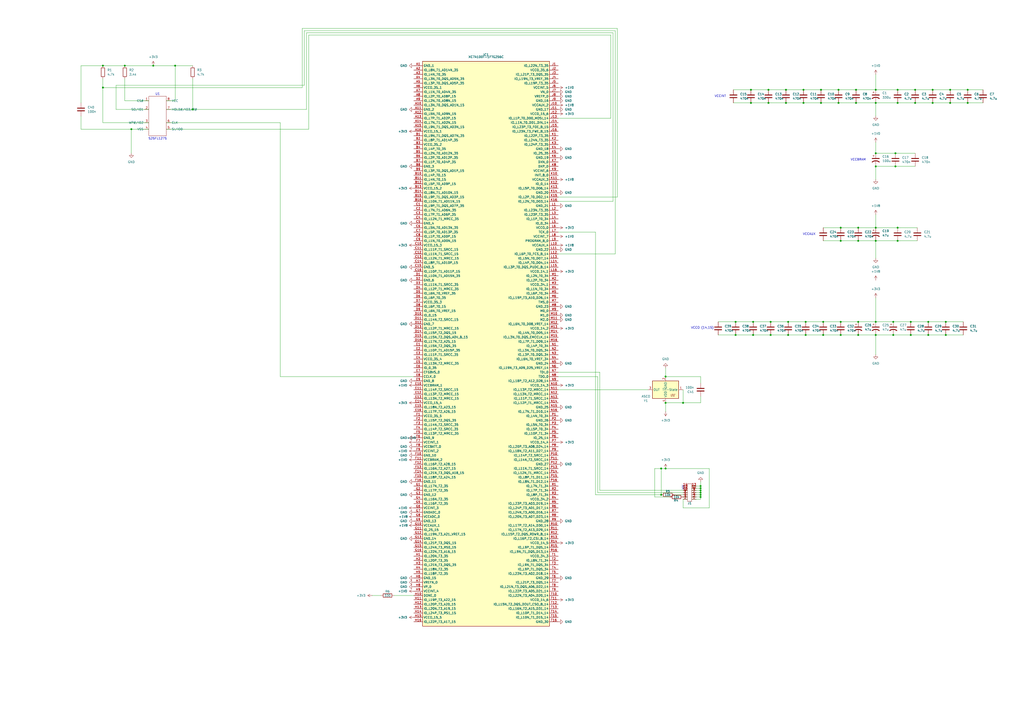
<source format=kicad_sch>
(kicad_sch (version 20250114) (generator "eeschema") (generator_version "9.0")
  (paper "A2")
  (text "VCCBRAM" (at 497.84 92.71 0) (effects (font (size 1.27 1.27))))
  (text "VCCINT" (at 417.83 55.88 0) (effects (font (size 1.27 1.27))))
  (text "S25FL127S" (at 91.44 80.518 0) (effects (font (size 1.27 1.27))))
  (text "VCCAUX" (at 469.392 135.89 0) (effects (font (size 1.27 1.27))))
  (text "U1" (at 91.44 54.61 0) (effects (font (size 1.27 1.27))))
  (text "VCCO (14,15)" (at 407.416 190.246 0) (effects (font (size 1.27 1.27))))
  (junction (at 457.2 194.31))
  (junction (at 486.41 59.69))
  (junction (at 519.43 96.52))
  (junction (at 486.41 52.07))
  (junction (at 538.48 186.69))
  (junction (at 406.4 285.75))
  (junction (at 508 59.69))
  (junction (at 497.84 132.08))
  (junction (at 508 139.7))
  (junction (at 476.25 52.07))
  (junction (at 111.76 63.5))
  (junction (at 541.02 52.07))
  (junction (at 406.4 287.02))
  (junction (at 528.32 186.69))
  (junction (at 551.18 52.07))
  (junction (at 386.08 218.44))
  (junction (at 508 96.52))
  (junction (at 528.32 194.31))
  (junction (at 386.08 233.68))
  (junction (at 467.36 186.69))
  (junction (at 59.69 50.8))
  (junction (at 406.4 288.29))
  (junction (at 447.04 194.31))
  (junction (at 497.84 139.7))
  (junction (at 551.18 59.69))
  (junction (at 455.93 52.07))
  (junction (at 445.77 52.07))
  (junction (at 383.54 287.02))
  (junction (at 487.68 186.69))
  (junction (at 520.7 59.69))
  (junction (at 487.68 132.08))
  (junction (at 435.61 59.69))
  (junction (at 530.86 59.69))
  (junction (at 455.93 59.69))
  (junction (at 496.57 52.07))
  (junction (at 518.16 186.69))
  (junction (at 447.04 186.69))
  (junction (at 520.7 139.7))
  (junction (at 72.39 38.1))
  (junction (at 508 52.07))
  (junction (at 519.43 88.9))
  (junction (at 561.34 52.07))
  (junction (at 538.48 194.31))
  (junction (at 88.9 38.1))
  (junction (at 76.2 74.93))
  (junction (at 520.7 52.07))
  (junction (at 487.68 139.7))
  (junction (at 406.4 283.21))
  (junction (at 497.84 194.31))
  (junction (at 436.88 194.31))
  (junction (at 541.02 59.69))
  (junction (at 466.09 59.69))
  (junction (at 383.54 271.78))
  (junction (at 508 186.69))
  (junction (at 101.6 38.1))
  (junction (at 518.16 194.31))
  (junction (at 508 194.31))
  (junction (at 436.88 186.69))
  (junction (at 426.72 194.31))
  (junction (at 487.68 194.31))
  (junction (at 508 132.08))
  (junction (at 406.4 284.48))
  (junction (at 530.86 52.07))
  (junction (at 396.24 233.68))
  (junction (at 496.57 59.69))
  (junction (at 435.61 52.07))
  (junction (at 508 88.9))
  (junction (at 477.52 194.31))
  (junction (at 426.72 186.69))
  (junction (at 497.84 186.69))
  (junction (at 466.09 52.07))
  (junction (at 457.2 186.69))
  (junction (at 561.34 59.69))
  (junction (at 520.7 132.08))
  (junction (at 445.77 59.69))
  (junction (at 386.08 271.78))
  (junction (at 548.64 186.69))
  (junction (at 406.4 281.94))
  (junction (at 548.64 194.31))
  (junction (at 476.25 59.69))
  (junction (at 59.69 38.1))
  (junction (at 467.36 194.31))
  (junction (at 477.52 186.69))
  (no_connect (at 396.24 281.94))
  (no_connect (at 396.24 283.21))
  (wire (pts (xy 477.52 194.31) (xy 487.68 194.31)))
  (wire (pts (xy 435.61 59.69) (xy 445.77 59.69)))
  (wire (pts (xy 487.68 132.08) (xy 497.84 132.08)))
  (wire (pts (xy 398.78 289.56) (xy 396.24 289.56)))
  (wire (pts (xy 406.4 288.29) (xy 406.4 289.56)))
  (wire (pts (xy 411.48 271.78) (xy 386.08 271.78)))
  (wire (pts (xy 396.24 289.56) (xy 396.24 294.64)))
  (wire (pts (xy 76.2 74.93) (xy 76.2 88.9)))
  (wire (pts (xy 386.08 238.76) (xy 386.08 233.68)))
  (wire (pts (xy 406.4 233.68) (xy 396.24 233.68)))
  (wire (pts (xy 477.52 132.08) (xy 487.68 132.08)))
  (wire (pts (xy 386.08 218.44) (xy 406.4 218.44)))
  (wire (pts (xy 406.4 218.44) (xy 406.4 222.25)))
  (wire (pts (xy 508 139.7) (xy 508 149.86)))
  (wire (pts (xy 530.86 88.9) (xy 519.43 88.9)))
  (wire (pts (xy 445.77 52.07) (xy 455.93 52.07)))
  (wire (pts (xy 396.24 294.64) (xy 411.48 294.64)))
  (wire (pts (xy 406.4 287.02) (xy 406.4 288.29)))
  (wire (pts (xy 477.52 186.69) (xy 487.68 186.69)))
  (wire (pts (xy 467.36 186.69) (xy 477.52 186.69)))
  (wire (pts (xy 323.85 215.9) (xy 347.98 215.9)))
  (wire (pts (xy 86.36 74.93) (xy 76.2 74.93)))
  (wire (pts (xy 72.39 58.42) (xy 86.36 58.42)))
  (wire (pts (xy 323.85 218.44) (xy 346.71 218.44)))
  (wire (pts (xy 426.72 194.31) (xy 436.88 194.31)))
  (wire (pts (xy 323.85 134.62) (xy 345.44 134.62)))
  (wire (pts (xy 406.4 284.48) (xy 401.32 284.48)))
  (wire (pts (xy 396.24 233.68) (xy 386.08 233.68)))
  (wire (pts (xy 59.69 38.1) (xy 72.39 38.1)))
  (wire (pts (xy 541.02 59.69) (xy 530.86 59.69)))
  (wire (pts (xy 416.56 186.69) (xy 426.72 186.69)))
  (wire (pts (xy 406.4 283.21) (xy 406.4 284.48)))
  (wire (pts (xy 497.84 186.69) (xy 508 186.69)))
  (wire (pts (xy 520.7 52.07) (xy 508 52.07)))
  (wire (pts (xy 346.71 285.75) (xy 398.78 285.75)))
  (wire (pts (xy 96.52 71.12) (xy 162.56 71.12)))
  (wire (pts (xy 398.78 284.48) (xy 347.98 284.48)))
  (wire (pts (xy 497.84 194.31) (xy 508 194.31)))
  (wire (pts (xy 406.4 287.02) (xy 401.32 287.02)))
  (wire (pts (xy 467.36 194.31) (xy 477.52 194.31)))
  (wire (pts (xy 356.87 17.78) (xy 356.87 147.32)))
  (wire (pts (xy 436.88 186.69) (xy 447.04 186.69)))
  (wire (pts (xy 179.07 74.93) (xy 179.07 20.32)))
  (wire (pts (xy 323.85 226.06) (xy 375.92 226.06)))
  (wire (pts (xy 496.57 59.69) (xy 508 59.69)))
  (wire (pts (xy 497.84 139.7) (xy 508 139.7)))
  (wire (pts (xy 508 88.9) (xy 508 82.55)))
  (wire (pts (xy 548.64 186.69) (xy 558.8 186.69)))
  (wire (pts (xy 508 186.69) (xy 518.16 186.69)))
  (wire (pts (xy 67.31 63.5) (xy 67.31 49.53)))
  (wire (pts (xy 406.4 289.56) (xy 401.32 289.56)))
  (wire (pts (xy 570.23 52.07) (xy 561.34 52.07)))
  (wire (pts (xy 175.26 16.51) (xy 358.14 16.51)))
  (wire (pts (xy 176.53 49.53) (xy 176.53 17.78)))
  (wire (pts (xy 520.7 59.69) (xy 508 59.69)))
  (wire (pts (xy 358.14 16.51) (xy 358.14 114.3)))
  (wire (pts (xy 411.48 294.64) (xy 411.48 271.78)))
  (wire (pts (xy 354.33 68.58) (xy 323.85 68.58)))
  (wire (pts (xy 558.8 194.31) (xy 548.64 194.31)))
  (wire (pts (xy 532.13 139.7) (xy 520.7 139.7)))
  (wire (pts (xy 476.25 59.69) (xy 486.41 59.69)))
  (wire (pts (xy 354.33 20.32) (xy 354.33 68.58)))
  (wire (pts (xy 548.64 194.31) (xy 538.48 194.31)))
  (wire (pts (xy 538.48 186.69) (xy 548.64 186.69)))
  (wire (pts (xy 111.76 38.1) (xy 101.6 38.1)))
  (wire (pts (xy 520.7 132.08) (xy 508 132.08)))
  (wire (pts (xy 346.71 218.44) (xy 346.71 285.75)))
  (wire (pts (xy 530.86 59.69) (xy 520.7 59.69)))
  (wire (pts (xy 466.09 52.07) (xy 476.25 52.07)))
  (wire (pts (xy 530.86 52.07) (xy 520.7 52.07)))
  (wire (pts (xy 101.6 58.42) (xy 101.6 38.1)))
  (wire (pts (xy 466.09 59.69) (xy 476.25 59.69)))
  (wire (pts (xy 383.54 271.78) (xy 386.08 271.78)))
  (wire (pts (xy 486.41 59.69) (xy 496.57 59.69)))
  (wire (pts (xy 551.18 52.07) (xy 541.02 52.07)))
  (wire (pts (xy 72.39 45.72) (xy 72.39 58.42)))
  (wire (pts (xy 396.24 288.29) (xy 398.78 288.29)))
  (wire (pts (xy 551.18 59.69) (xy 541.02 59.69)))
  (wire (pts (xy 532.13 132.08) (xy 520.7 132.08)))
  (wire (pts (xy 406.4 288.29) (xy 401.32 288.29)))
  (wire (pts (xy 46.99 38.1) (xy 59.69 38.1)))
  (wire (pts (xy 477.52 139.7) (xy 487.68 139.7)))
  (wire (pts (xy 96.52 63.5) (xy 111.76 63.5)))
  (wire (pts (xy 356.87 147.32) (xy 323.85 147.32)))
  (wire (pts (xy 96.52 74.93) (xy 179.07 74.93)))
  (wire (pts (xy 175.26 50.8) (xy 175.26 16.51)))
  (wire (pts (xy 496.57 52.07) (xy 508 52.07)))
  (wire (pts (xy 457.2 194.31) (xy 467.36 194.31)))
  (wire (pts (xy 177.8 63.5) (xy 177.8 19.05)))
  (wire (pts (xy 445.77 59.69) (xy 455.93 59.69)))
  (wire (pts (xy 455.93 59.69) (xy 466.09 59.69)))
  (wire (pts (xy 379.73 271.78) (xy 379.73 288.29)))
  (wire (pts (xy 101.6 38.1) (xy 88.9 38.1)))
  (wire (pts (xy 436.88 194.31) (xy 447.04 194.31)))
  (wire (pts (xy 406.4 281.94) (xy 406.4 283.21)))
  (wire (pts (xy 162.56 218.44) (xy 162.56 71.12)))
  (wire (pts (xy 538.48 194.31) (xy 528.32 194.31)))
  (wire (pts (xy 447.04 186.69) (xy 457.2 186.69)))
  (wire (pts (xy 46.99 74.93) (xy 76.2 74.93)))
  (wire (pts (xy 386.08 218.44) (xy 386.08 213.36)))
  (wire (pts (xy 355.6 116.84) (xy 323.85 116.84)))
  (wire (pts (xy 347.98 215.9) (xy 347.98 284.48)))
  (wire (pts (xy 486.41 52.07) (xy 496.57 52.07)))
  (wire (pts (xy 435.61 52.07) (xy 445.77 52.07)))
  (wire (pts (xy 497.84 132.08) (xy 508 132.08)))
  (wire (pts (xy 391.16 287.02) (xy 398.78 287.02)))
  (wire (pts (xy 46.99 59.69) (xy 46.99 38.1)))
  (wire (pts (xy 345.44 134.62) (xy 345.44 287.02)))
  (wire (pts (xy 406.4 229.87) (xy 406.4 233.68)))
  (wire (pts (xy 425.45 59.69) (xy 435.61 59.69)))
  (wire (pts (xy 476.25 52.07) (xy 486.41 52.07)))
  (wire (pts (xy 379.73 288.29) (xy 388.62 288.29)))
  (wire (pts (xy 383.54 287.02) (xy 383.54 271.78)))
  (wire (pts (xy 570.23 59.69) (xy 561.34 59.69)))
  (wire (pts (xy 379.73 271.78) (xy 383.54 271.78)))
  (wire (pts (xy 406.4 283.21) (xy 401.32 283.21)))
  (wire (pts (xy 508 43.18) (xy 508 52.07)))
  (wire (pts (xy 530.86 96.52) (xy 519.43 96.52)))
  (wire (pts (xy 111.76 63.5) (xy 111.76 45.72)))
  (wire (pts (xy 59.69 71.12) (xy 86.36 71.12)))
  (wire (pts (xy 561.34 59.69) (xy 551.18 59.69)))
  (wire (pts (xy 508 194.31) (xy 508 205.74)))
  (wire (pts (xy 215.9 345.44) (xy 220.98 345.44)))
  (wire (pts (xy 455.93 52.07) (xy 466.09 52.07)))
  (wire (pts (xy 518.16 194.31) (xy 508 194.31)))
  (wire (pts (xy 528.32 186.69) (xy 538.48 186.69)))
  (wire (pts (xy 96.52 58.42) (xy 101.6 58.42)))
  (wire (pts (xy 67.31 49.53) (xy 176.53 49.53)))
  (wire (pts (xy 487.68 139.7) (xy 497.84 139.7)))
  (wire (pts (xy 425.45 52.07) (xy 435.61 52.07)))
  (wire (pts (xy 59.69 50.8) (xy 59.69 71.12)))
  (wire (pts (xy 86.36 63.5) (xy 67.31 63.5)))
  (wire (pts (xy 520.7 139.7) (xy 508 139.7)))
  (wire (pts (xy 406.4 285.75) (xy 401.32 285.75)))
  (wire (pts (xy 518.16 186.69) (xy 528.32 186.69)))
  (wire (pts (xy 457.2 186.69) (xy 467.36 186.69)))
  (wire (pts (xy 487.68 194.31) (xy 497.84 194.31)))
  (wire (pts (xy 179.07 20.32) (xy 354.33 20.32)))
  (wire (pts (xy 355.6 19.05) (xy 355.6 116.84)))
  (wire (pts (xy 487.68 186.69) (xy 497.84 186.69)))
  (wire (pts (xy 519.43 96.52) (xy 508 96.52)))
  (wire (pts (xy 177.8 19.05) (xy 355.6 19.05)))
  (wire (pts (xy 561.34 52.07) (xy 551.18 52.07)))
  (wire (pts (xy 406.4 281.94) (xy 401.32 281.94)))
  (wire (pts (xy 508 96.52) (xy 508 104.14)))
  (wire (pts (xy 111.76 63.5) (xy 177.8 63.5)))
  (wire (pts (xy 358.14 114.3) (xy 323.85 114.3)))
  (wire (pts (xy 46.99 67.31) (xy 46.99 74.93)))
  (wire (pts (xy 508 132.08) (xy 508 124.46)))
  (wire (pts (xy 59.69 45.72) (xy 59.69 50.8)))
  (wire (pts (xy 406.4 285.75) (xy 406.4 287.02)))
  (wire (pts (xy 240.03 218.44) (xy 162.56 218.44)))
  (wire (pts (xy 396.24 233.68) (xy 396.24 226.06)))
  (wire (pts (xy 541.02 52.07) (xy 530.86 52.07)))
  (wire (pts (xy 426.72 186.69) (xy 436.88 186.69)))
  (wire (pts (xy 508 186.69) (xy 508 172.72)))
  (wire (pts (xy 447.04 194.31) (xy 457.2 194.31)))
  (wire (pts (xy 345.44 287.02) (xy 383.54 287.02)))
  (wire (pts (xy 406.4 279.4) (xy 406.4 281.94)))
  (wire (pts (xy 528.32 194.31) (xy 518.16 194.31)))
  (wire (pts (xy 72.39 38.1) (xy 88.9 38.1)))
  (wire (pts (xy 59.69 50.8) (xy 175.26 50.8)))
  (wire (pts (xy 406.4 284.48) (xy 406.4 285.75)))
  (wire (pts (xy 416.56 194.31) (xy 426.72 194.31)))
  (wire (pts (xy 508 59.69) (xy 508 67.31)))
  (wire (pts (xy 228.6 345.44) (xy 240.03 345.44)))
  (wire (pts (xy 176.53 17.78) (xy 356.87 17.78)))
  (wire (pts (xy 519.43 88.9) (xy 508 88.9)))
  (symbol (lib_id "Device:C") (at 486.41 55.88 0) (unit 1)
    (property "Reference" "C9" (at 490.22 54.6099 0) (effects (justify left)))
    (property "Value" "470n" (at 490.22 57.1499 0) (effects (justify left)))
    (property "Description" "Unpolarized capacitor" (effects (hide yes)))
  )
  (symbol (lib_id "power:GND") (at 323.85 269.24 90) (unit 1)
    (property "Reference" "#PWR012" (effects (hide yes)))
    (property "Value" "GND" (at 327.66 269.2399 90) (effects (justify right)))
    (property "Description" "Power symbol creates a global label with name \"GND\" , ground" (effects (hide yes)))
  )
  (symbol (lib_id "power:GND") (at 240.03 187.96 270) (unit 1)
    (property "Reference" "#PWR032" (effects (hide yes)))
    (property "Value" "GND" (at 236.22 187.9599 90) (effects (justify right)))
    (property "Description" "Power symbol creates a global label with name \"GND\" , ground" (effects (hide yes)))
  )
  (symbol (lib_id "power:+1V0") (at 382.27 572.77 180) (unit 1)
    (property "Reference" "#PWR049" (effects (hide yes)))
    (property "Value" "+1V0" (at 382.2699 576.58 90) (effects (justify left)))
    (property "Description" "Power symbol creates a global label with name \"+1V0\"" (effects (hide yes)))
  )
  (symbol (lib_id "power:+3V3") (at 386.08 271.78 0) (unit 1)
    (property "Reference" "#PWR071" (effects (hide yes)))
    (property "Value" "+3V3" (at 386.08 266.7 0))
    (property "Description" "Power symbol creates a global label with name \"+3V3\"" (effects (hide yes)))
  )
  (symbol (lib_id "power:+1V0") (at 240.03 342.9 90) (unit 1)
    (property "Reference" "#PWR042" (effects (hide yes)))
    (property "Value" "+1V0" (at 236.22 342.8999 90) (effects (justify left)))
    (property "Description" "Power symbol creates a global label with name \"+1V0\"" (effects (hide yes)))
  )
  (symbol (lib_id "FPGA_Debug:FPGA_debug") (at 400.05 292.1 180) (unit 1)
    (property "Reference" "J1" (at 400.05 291.846 0))
  )
  (symbol (lib_id "power:GND") (at 240.03 287.02 270) (unit 1)
    (property "Reference" "#PWR027" (effects (hide yes)))
    (property "Value" "GND" (at 236.22 287.0199 90) (effects (justify right)))
    (property "Description" "Power symbol creates a global label with name \"GND\" , ground" (effects (hide yes)))
  )
  (symbol (lib_id "power:+1V0") (at 508 43.18 0) (unit 1)
    (property "Reference" "#PWR01" (effects (hide yes)))
    (property "Value" "+1V0" (at 508 38.1 0))
    (property "Description" "Power symbol creates a global label with name \"+1V0\"" (effects (hide yes)))
  )
  (symbol (lib_id "power:GND") (at 323.85 185.42 90) (unit 1)
    (property "Reference" "#PWR081" (effects (hide yes)))
    (property "Value" "GND" (at 327.66 185.4199 90) (effects (justify right)))
    (property "Description" "Power symbol creates a global label with name \"GND\" , ground" (effects (hide yes)))
  )
  (symbol (lib_id "power:GND") (at 240.03 337.82 270) (unit 1)
    (property "Reference" "#PWR078" (effects (hide yes)))
    (property "Value" "GND" (at 236.22 337.8199 90) (effects (justify right)))
    (property "Description" "Power symbol creates a global label with name \"GND\" , ground" (effects (hide yes)))
  )
  (symbol (lib_id "power:GND") (at 406.4 279.4 180) (unit 1)
    (property "Reference" "#PWR070" (effects (hide yes)))
    (property "Value" "GND" (at 406.4 274.32 0))
    (property "Description" "Power symbol creates a global label with name \"GND\" , ground" (effects (hide yes)))
  )
  (symbol (lib_id "power:GND") (at 323.85 91.44 90) (unit 1)
    (property "Reference" "#PWR019" (effects (hide yes)))
    (property "Value" "GND" (at 327.66 91.4399 90) (effects (justify right)))
    (property "Description" "Power symbol creates a global label with name \"GND\" , ground" (effects (hide yes)))
  )
  (symbol (lib_id "Device:C") (at 416.56 190.5 0) (unit 1)
    (property "Reference" "C39" (at 420.37 189.2299 0) (effects (justify left)))
    (property "Value" "470n" (at 420.37 191.7699 0) (effects (justify left)))
    (property "Description" "Unpolarized capacitor" (effects (hide yes)))
  )
  (symbol (lib_id "Device:C_Polarized_US") (at 518.16 190.5 0) (unit 1)
    (property "Reference" "C27" (at 521.97 188.5949 0) (effects (justify left)))
    (property "Value" "47u" (at 521.97 191.1349 0) (effects (justify left)))
    (property "Description" "Polarized capacitor, US symbol" (effects (hide yes)))
  )
  (symbol (lib_id "Device:C") (at 561.34 55.88 0) (unit 1)
    (property "Reference" "C6" (at 565.15 54.6099 0) (effects (justify left)))
    (property "Value" "4.7u" (at 565.15 57.1499 0) (effects (justify left)))
    (property "Description" "Unpolarized capacitor" (effects (hide yes)))
  )
  (symbol (lib_id "Device:C") (at 530.86 92.71 0) (unit 1)
    (property "Reference" "C18" (at 534.67 91.4399 0) (effects (justify left)))
    (property "Value" "470n" (at 534.67 93.9799 0) (effects (justify left)))
    (property "Description" "Unpolarized capacitor" (effects (hide yes)))
  )
  (symbol (lib_id "power:GND") (at 240.03 220.98 270) (unit 1)
    (property "Reference" "#PWR031" (effects (hide yes)))
    (property "Value" "GND" (at 236.22 220.9799 90) (effects (justify right)))
    (property "Description" "Power symbol creates a global label with name \"GND\" , ground" (effects (hide yes)))
  )
  (symbol (lib_id "Device:C") (at 538.48 190.5 0) (unit 1)
    (property "Reference" "C29" (at 542.29 189.2299 0) (effects (justify left)))
    (property "Value" "4.7u" (at 542.29 191.7699 0) (effects (justify left)))
    (property "Description" "Unpolarized capacitor" (effects (hide yes)))
  )
  (symbol (lib_id "Device:C") (at 497.84 135.89 0) (unit 1)
    (property "Reference" "C22" (at 501.65 134.6199 0) (effects (justify left)))
    (property "Value" "470n" (at 501.65 137.1599 0) (effects (justify left)))
    (property "Description" "Unpolarized capacitor" (effects (hide yes)))
  )
  (symbol (lib_id "S25FL127S:S25FL127S") (at 91.44 67.31 0) (unit 1)
    (property "Reference" "U1" (effects (hide yes)))
  )
  (symbol (lib_id "Device:C") (at 530.86 55.88 0) (unit 1)
    (property "Reference" "C3" (at 534.67 54.6099 0) (effects (justify left)))
    (property "Value" "4.7u" (at 534.67 57.1499 0) (effects (justify left)))
    (property "Description" "Unpolarized capacitor" (effects (hide yes)))
  )
  (symbol (lib_id "power:GND") (at 240.03 129.54 270) (unit 1)
    (property "Reference" "#PWR035" (effects (hide yes)))
    (property "Value" "GND" (at 236.22 129.5399 90) (effects (justify right)))
    (property "Description" "Power symbol creates a global label with name \"GND\" , ground" (effects (hide yes)))
  )
  (symbol (lib_id "power:+1V8") (at 508 124.46 0) (unit 1)
    (property "Reference" "#PWR04" (effects (hide yes)))
    (property "Value" "+1V8" (at 508 119.38 0))
    (property "Description" "Power symbol creates a global label with name \"+1V8\"" (effects (hide yes)))
  )
  (symbol (lib_id "power:+1V0") (at 240.03 256.54 90) (unit 1)
    (property "Reference" "#PWR039" (effects (hide yes)))
    (property "Value" "+1V0" (at 238.76 254 90))
    (property "Description" "Power symbol creates a global label with name \"+1V0\"" (effects (hide yes)))
  )
  (symbol (lib_id "power:GND") (at 386.08 213.36 180) (unit 1)
    (property "Reference" "#PWR069" (effects (hide yes)))
    (property "Value" "GND" (at 386.08 208.28 0))
    (property "Description" "Power symbol creates a global label with name \"GND\" , ground" (effects (hide yes)))
  )
  (symbol (lib_id "power:GND") (at 508 67.31 0) (unit 1)
    (property "Reference" "#PWR02" (effects (hide yes)))
    (property "Value" "GND" (at 508 72.39 0))
    (property "Description" "Power symbol creates a global label with name \"GND\" , ground" (effects (hide yes)))
  )
  (symbol (lib_id "power:GND") (at 323.85 55.88 90) (unit 1)
    (property "Reference" "#PWR075" (effects (hide yes)))
    (property "Value" "GND" (at 327.66 55.8799 90) (effects (justify right)))
    (property "Description" "Power symbol creates a global label with name \"GND\" , ground" (effects (hide yes)))
  )
  (symbol (lib_id "power:GND") (at 323.85 86.36 90) (unit 1)
    (property "Reference" "#PWR020" (effects (hide yes)))
    (property "Value" "GND" (at 327.66 86.3599 90) (effects (justify right)))
    (property "Description" "Power symbol creates a global label with name \"GND\" , ground" (effects (hide yes)))
  )
  (symbol (lib_id "Device:C") (at 541.02 55.88 0) (unit 1)
    (property "Reference" "C4" (at 544.83 54.6099 0) (effects (justify left)))
    (property "Value" "4.7u" (at 544.83 57.1499 0) (effects (justify left)))
    (property "Description" "Unpolarized capacitor" (effects (hide yes)))
  )
  (symbol (lib_id "power:+3V3") (at 323.85 132.08 270) (unit 1)
    (property "Reference" "#PWR053" (effects (hide yes)))
    (property "Value" "+3V3" (at 327.66 132.0799 90) (effects (justify left)))
    (property "Description" "Power symbol creates a global label with name \"+3V3\"" (effects (hide yes)))
  )
  (symbol (lib_id "Device:C_Polarized_US") (at 508 135.89 0) (unit 1)
    (property "Reference" "C19" (at 511.81 133.9849 0) (effects (justify left)))
    (property "Value" "47u" (at 511.81 136.5249 0) (effects (justify left)))
    (property "Description" "Polarized capacitor, US symbol" (effects (hide yes)))
  )
  (symbol (lib_id "power:GND") (at 323.85 53.34 90) (unit 1)
    (property "Reference" "#PWR074" (effects (hide yes)))
    (property "Value" "GND" (at 327.66 53.3399 90) (effects (justify right)))
    (property "Description" "Power symbol creates a global label with name \"GND\" , ground" (effects (hide yes)))
  )
  (symbol (lib_id "Device:R") (at 59.69 41.91 0) (unit 1)
    (property "Reference" "R1" (at 62.23 40.6399 0) (effects (justify left)))
    (property "Value" "4.7k" (at 62.23 43.1799 0) (effects (justify left)))
    (property "Footprint" "Resistor_SMD:R_0805_2012Metric" (effects (hide yes)))
    (property "Description" "Resistor" (effects (hide yes)))
  )
  (symbol (lib_id "power:+3V3") (at 240.03 109.22 90) (unit 1)
    (property "Reference" "#PWR061" (effects (hide yes)))
    (property "Value" "+3V3" (at 236.22 109.2199 90) (effects (justify left)))
    (property "Description" "Power symbol creates a global label with name \"+3V3\"" (effects (hide yes)))
  )
  (symbol (lib_id "Device:C") (at 435.61 55.88 0) (unit 1)
    (property "Reference" "C14" (at 439.42 54.6099 0) (effects (justify left)))
    (property "Value" "470n" (at 439.42 57.1499 0) (effects (justify left)))
    (property "Description" "Unpolarized capacitor" (effects (hide yes)))
  )
  (symbol (lib_id "power:GND") (at 323.85 119.38 90) (unit 1)
    (property "Reference" "#PWR017" (effects (hide yes)))
    (property "Value" "GND" (at 327.66 119.3799 90) (effects (justify right)))
    (property "Description" "Power symbol creates a global label with name \"GND\" , ground" (effects (hide yes)))
  )
  (symbol (lib_id "power:+3V3") (at 323.85 314.96 270) (unit 1)
    (property "Reference" "#PWR058" (effects (hide yes)))
    (property "Value" "+3V3" (at 327.66 314.9599 90) (effects (justify left)))
    (property "Description" "Power symbol creates a global label with name \"+3V3\"" (effects (hide yes)))
  )
  (symbol (lib_id "power:GND") (at 240.03 264.16 270) (unit 1)
    (property "Reference" "#PWR029" (effects (hide yes)))
    (property "Value" "GND" (at 236.22 264.1599 90) (effects (justify right)))
    (property "Description" "Power symbol creates a global label with name \"GND\" , ground" (effects (hide yes)))
  )
  (symbol (lib_id "Device:C") (at 520.7 55.88 0) (unit 1)
    (property "Reference" "C2" (at 524.51 54.6099 0) (effects (justify left)))
    (property "Value" "4.7u" (at 524.51 57.1499 0) (effects (justify left)))
    (property "Description" "Unpolarized capacitor" (effects (hide yes)))
  )
  (symbol (lib_id "power:GND") (at 323.85 111.76 90) (unit 1)
    (property "Reference" "#PWR018" (effects (hide yes)))
    (property "Value" "GND" (at 327.66 111.7599 90) (effects (justify right)))
    (property "Description" "Power symbol creates a global label with name \"GND\" , ground" (effects (hide yes)))
  )
  (symbol (lib_id "power:GND") (at 323.85 243.84 90) (unit 1)
    (property "Reference" "#PWR013" (effects (hide yes)))
    (property "Value" "GND" (at 327.66 243.8399 90) (effects (justify right)))
    (property "Description" "Power symbol creates a global label with name \"GND\" , ground" (effects (hide yes)))
  )
  (symbol (lib_id "Oscillator:ASCO") (at 386.08 226.06 180) (unit 1)
    (property "Reference" "Y1" (at 374.65 232.4802 0))
    (property "Value" "ASCO" (at 374.65 229.9402 0))
    (property "Footprint" "Oscillator:Oscillator_SMD_Abracon_ASCO-4Pin_1.6x1.2mm" (effects (hide yes)))
    (property "Datasheet" "https://abracon.com/Oscillators/ASCO.pdf" (effects (hide yes)))
    (property "Description" "Crystal Clock Oscillator, Abracon ASCO" (effects (hide yes)))
  )
  (symbol (lib_id "Device:C_Polarized_US") (at 508 55.88 0) (unit 1)
    (property "Reference" "C1" (at 511.81 53.9749 0) (effects (justify left)))
    (property "Value" "330u" (at 511.81 56.5149 0) (effects (justify left)))
    (property "Description" "Polarized capacitor, US symbol" (effects (hide yes)))
  )
  (symbol (lib_id "Device:R") (at 72.39 41.91 0) (unit 1)
    (property "Reference" "R2" (at 74.93 40.6399 0) (effects (justify left)))
    (property "Value" "2.4k" (at 74.93 43.1799 0) (effects (justify left)))
    (property "Footprint" "Resistor_SMD:R_0805_2012Metric" (effects (hide yes)))
    (property "Description" "Resistor" (effects (hide yes)))
  )
  (symbol (lib_id "power:+1V8") (at 323.85 60.96 270) (unit 1)
    (property "Reference" "#PWR050" (effects (hide yes)))
    (property "Value" "+1V8" (at 327.66 60.9599 90) (effects (justify left)))
    (property "Description" "Power symbol creates a global label with name \"+1V8\"" (effects (hide yes)))
  )
  (symbol (lib_id "Device:C") (at 519.43 92.71 0) (unit 1)
    (property "Reference" "C17" (at 523.24 91.4399 0) (effects (justify left)))
    (property "Value" "470n" (at 523.24 93.9799 0) (effects (justify left)))
    (property "Description" "Unpolarized capacitor" (effects (hide yes)))
  )
  (symbol (lib_id "Device:C") (at 477.52 135.89 0) (unit 1)
    (property "Reference" "C24" (at 481.33 134.6199 0) (effects (justify left)))
    (property "Value" "470n" (at 481.33 137.1599 0) (effects (justify left)))
    (property "Description" "Unpolarized capacitor" (effects (hide yes)))
  )
  (symbol (lib_id "power:+3V3") (at 323.85 190.5 270) (unit 1)
    (property "Reference" "#PWR055" (effects (hide yes)))
    (property "Value" "+3V3" (at 327.66 190.4999 90) (effects (justify left)))
    (property "Description" "Power symbol creates a global label with name \"+3V3\"" (effects (hide yes)))
  )
  (symbol (lib_id "Device:C") (at 436.88 190.5 0) (unit 1)
    (property "Reference" "C37" (at 440.69 189.2299 0) (effects (justify left)))
    (property "Value" "470n" (at 440.69 191.7699 0) (effects (justify left)))
    (property "Description" "Unpolarized capacitor" (effects (hide yes)))
  )
  (symbol (lib_id "power:+3V3") (at 240.03 142.24 90) (unit 1)
    (property "Reference" "#PWR062" (effects (hide yes)))
    (property "Value" "+3V3" (at 236.22 142.2399 90) (effects (justify left)))
    (property "Description" "Power symbol creates a global label with name \"+3V3\"" (effects (hide yes)))
  )
  (symbol (lib_id "power:GND") (at 323.85 182.88 90) (unit 1)
    (property "Reference" "#PWR080" (effects (hide yes)))
    (property "Value" "GND" (at 327.66 182.8799 90) (effects (justify right)))
    (property "Description" "Power symbol creates a global label with name \"GND\" , ground" (effects (hide yes)))
  )
  (symbol (lib_id "power:+1V0") (at 323.85 50.8 270) (unit 1)
    (property "Reference" "#PWR043" (effects (hide yes)))
    (property "Value" "+1V0" (at 327.66 50.7999 90) (effects (justify left)))
    (property "Description" "Power symbol creates a global label with name \"+1V0\"" (effects (hide yes)))
  )
  (symbol (lib_id "power:+1V8") (at 508 162.56 0) (unit 1)
    (property "Reference" "#PWR048" (effects (hide yes)))
    (property "Value" "+1V8" (at 508 157.48 0))
    (property "Description" "Power symbol creates a global label with name \"+1V8\"" (effects (hide yes)))
  )
  (symbol (lib_id "power:+3V3") (at 323.85 223.52 270) (unit 1)
    (property "Reference" "#PWR056" (effects (hide yes)))
    (property "Value" "+3V3" (at 327.66 223.5199 90) (effects (justify left)))
    (property "Description" "Power symbol creates a global label with name \"+3V3\"" (effects (hide yes)))
  )
  (symbol (lib_id "Device:C") (at 457.2 190.5 0) (unit 1)
    (property "Reference" "C35" (at 461.01 189.2299 0) (effects (justify left)))
    (property "Value" "470n" (at 461.01 191.7699 0) (effects (justify left)))
    (property "Description" "Unpolarized capacitor" (effects (hide yes)))
  )
  (symbol (lib_id "Device:C") (at 445.77 55.88 0) (unit 1)
    (property "Reference" "C13" (at 449.58 54.6099 0) (effects (justify left)))
    (property "Value" "470n" (at 449.58 57.1499 0) (effects (justify left)))
    (property "Description" "Unpolarized capacitor" (effects (hide yes)))
  )
  (symbol (lib_id "power:GND") (at 240.03 63.5 270) (unit 1)
    (property "Reference" "#PWR037" (effects (hide yes)))
    (property "Value" "GND" (at 236.22 63.4999 90) (effects (justify right)))
    (property "Description" "Power symbol creates a global label with name \"GND\" , ground" (effects (hide yes)))
  )
  (symbol (lib_id "Device:C") (at 467.36 190.5 0) (unit 1)
    (property "Reference" "C34" (at 471.17 189.2299 0) (effects (justify left)))
    (property "Value" "470n" (at 471.17 191.7699 0) (effects (justify left)))
    (property "Description" "Unpolarized capacitor" (effects (hide yes)))
  )
  (symbol (lib_id "Device:C") (at 496.57 55.88 0) (unit 1)
    (property "Reference" "C8" (at 500.38 54.6099 0) (effects (justify left)))
    (property "Value" "470n" (at 500.38 57.1499 0) (effects (justify left)))
    (property "Description" "Unpolarized capacitor" (effects (hide yes)))
  )
  (symbol (lib_id "power:GND") (at 240.03 96.52 270) (unit 1)
    (property "Reference" "#PWR036" (effects (hide yes)))
    (property "Value" "GND" (at 236.22 96.5199 90) (effects (justify right)))
    (property "Description" "Power symbol creates a global label with name \"GND\" , ground" (effects (hide yes)))
  )
  (symbol (lib_id "Device:C") (at 558.8 190.5 0) (unit 1)
    (property "Reference" "C31" (at 562.61 189.2299 0) (effects (justify left)))
    (property "Value" "4.7u" (at 562.61 191.7699 0) (effects (justify left)))
    (property "Description" "Unpolarized capacitor" (effects (hide yes)))
  )
  (symbol (lib_id "power:+1V0") (at 323.85 137.16 270) (unit 1)
    (property "Reference" "#PWR045" (effects (hide yes)))
    (property "Value" "+1V0" (at 327.66 137.1599 90) (effects (justify left)))
    (property "Description" "Power symbol creates a global label with name \"+1V0\"" (effects (hide yes)))
  )
  (symbol (lib_id "power:GND") (at 323.85 236.22 90) (unit 1)
    (property "Reference" "#PWR023" (effects (hide yes)))
    (property "Value" "GND" (at 327.66 236.2199 90) (effects (justify right)))
    (property "Description" "Power symbol creates a global label with name \"GND\" , ground" (effects (hide yes)))
  )
  (symbol (lib_id "power:+1V0") (at 240.03 266.7 90) (unit 1)
    (property "Reference" "#PWR046" (effects (hide yes)))
    (property "Value" "+1V0" (at 236.22 266.6999 90) (effects (justify left)))
    (property "Description" "Power symbol creates a global label with name \"+1V0\"" (effects (hide yes)))
  )
  (symbol (lib_id "Device:C") (at 520.7 135.89 0) (unit 1)
    (property "Reference" "C20" (at 524.51 134.6199 0) (effects (justify left)))
    (property "Value" "4.7u" (at 524.51 137.1599 0) (effects (justify left)))
    (property "Description" "Unpolarized capacitor" (effects (hide yes)))
  )
  (symbol (lib_id "XC7A100T-1FTG256C:XC7A100T-1FTG256C") (at 240.03 38.1 0) (unit 1)
    (property "Reference" "IC1" (at 281.94 31.75 0))
    (property "Value" "XC7A100T-1FTG256C" (at 281.94 33.02 0))
    (property "Footprint" "BGA256C100P16X16_1700X1700X155" (effects (hide yes)))
    (property "Datasheet" "https://www.xilinx.com/support/documentation/data_sheets/ds181_Artix_7_Data_Sheet.pdf" (effects (hide yes)))
    (property "Description" "FPGA, ARTIX-7, 170 I/O, FTBGA-256; No. of Logic Blocks:15850; No. of Macrocells:101440; FPGA Family:Artix-7; Logic Case Style:FTBGA; No. of Pins:256Pins; No. of Speed Grades:1; Total RAM Bits:4860Kbit; No. of I/O s:170I/O s; Clock RoHS Compliant: Yes" (effects (hide yes)))
    (property "Height" "1.55" (effects (hide yes)))
    (property "Manufacturer_Name" "AMD" (effects (hide yes)))
    (property "Manufacturer_Part_Number" "XC7A100T-1FTG256C" (effects (hide yes)))
  )
  (symbol (lib_id "power:+3V3") (at 386.08 238.76 180) (unit 1)
    (property "Reference" "#PWR068" (effects (hide yes)))
    (property "Value" "+3V3" (at 386.08 243.84 0))
    (property "Description" "Power symbol creates a global label with name \"+3V3\"" (effects (hide yes)))
  )
  (symbol (lib_id "Device:C") (at 447.04 190.5 0) (unit 1)
    (property "Reference" "C36" (at 450.85 189.2299 0) (effects (justify left)))
    (property "Value" "470n" (at 450.85 191.7699 0) (effects (justify left)))
    (property "Description" "Unpolarized capacitor" (effects (hide yes)))
  )
  (symbol (lib_id "power:+1V8") (at 240.03 299.72 90) (unit 1)
    (property "Reference" "#PWR077" (effects (hide yes)))
    (property "Value" "+1V8" (at 233.934 299.72 90))
    (property "Description" "Power symbol creates a global label with name \"+1V8\"" (effects (hide yes)))
  )
  (symbol (lib_id "Device:C") (at 46.99 63.5 0) (unit 1)
    (property "Reference" "C40" (at 50.8 62.2299 0) (effects (justify left)))
    (property "Value" "100n" (at 50.8 64.7699 0) (effects (justify left)))
    (property "Description" "Unpolarized capacitor" (effects (hide yes)))
  )
  (symbol (lib_id "Device:C_Polarized_US") (at 508 92.71 0) (unit 1)
    (property "Reference" "C16" (at 511.81 90.8049 0) (effects (justify left)))
    (property "Value" "100u" (at 511.81 93.3449 0) (effects (justify left)))
    (property "Description" "Polarized capacitor, US symbol" (effects (hide yes)))
  )
  (symbol (lib_id "Device:C") (at 425.45 55.88 0) (unit 1)
    (property "Reference" "C15" (at 429.26 54.6099 0) (effects (justify left)))
    (property "Value" "470n" (at 429.26 57.1499 0) (effects (justify left)))
    (property "Description" "Unpolarized capacitor" (effects (hide yes)))
  )
  (symbol (lib_id "power:GND") (at 323.85 63.5 90) (unit 1)
    (property "Reference" "#PWR021" (effects (hide yes)))
    (property "Value" "GND" (at 327.66 63.4999 90) (effects (justify right)))
    (property "Description" "Power symbol creates a global label with name \"GND\" , ground" (effects (hide yes)))
  )
  (symbol (lib_id "power:+1V8") (at 323.85 142.24 270) (unit 1)
    (property "Reference" "#PWR052" (effects (hide yes)))
    (property "Value" "+1V8" (at 327.66 142.2399 90) (effects (justify left)))
    (property "Description" "Power symbol creates a global label with name \"+1V8\"" (effects (hide yes)))
  )
  (symbol (lib_id "power:+3V3") (at 508 172.72 0) (unit 1)
    (property "Reference" "#PWR07" (effects (hide yes)))
    (property "Value" "+3V3" (at 508 167.64 0))
    (property "Description" "Power symbol creates a global label with name \"+3V3\"" (effects (hide yes)))
  )
  (symbol (lib_id "Device:C") (at 487.68 190.5 0) (unit 1)
    (property "Reference" "C32" (at 491.49 189.2299 0) (effects (justify left)))
    (property "Value" "470n" (at 491.49 191.7699 0) (effects (justify left)))
    (property "Description" "Unpolarized capacitor" (effects (hide yes)))
  )
  (symbol (lib_id "Device:R") (at 224.79 345.44 90) (unit 1)
    (property "Reference" "R6" (at 224.79 343.154 90))
    (property "Value" "330" (at 224.79 345.44 90))
    (property "Footprint" "Resistor_SMD:R_0805_2012Metric" (effects (hide yes)))
    (property "Description" "Resistor" (effects (hide yes)))
  )
  (symbol (lib_id "power:+1V0") (at 240.03 223.52 90) (unit 1)
    (property "Reference" "#PWR044" (effects (hide yes)))
    (property "Value" "+1V0" (at 236.22 223.5199 90) (effects (justify left)))
    (property "Description" "Power symbol creates a global label with name \"+1V0\"" (effects (hide yes)))
  )
  (symbol (lib_id "power:GND") (at 240.03 312.42 270) (unit 1)
    (property "Reference" "#PWR025" (effects (hide yes)))
    (property "Value" "GND" (at 236.22 312.4199 90) (effects (justify right)))
    (property "Description" "Power symbol creates a global label with name \"GND\" , ground" (effects (hide yes)))
  )
  (symbol (lib_id "Device:C") (at 477.52 190.5 0) (unit 1)
    (property "Reference" "C33" (at 481.33 189.2299 0) (effects (justify left)))
    (property "Value" "470n" (at 481.33 191.7699 0) (effects (justify left)))
    (property "Description" "Unpolarized capacitor" (effects (hide yes)))
  )
  (symbol (lib_id "power:+3V3") (at 323.85 66.04 270) (unit 1)
    (property "Reference" "#PWR065" (effects (hide yes)))
    (property "Value" "+3V3" (at 327.66 66.0399 90) (effects (justify left)))
    (property "Description" "Power symbol creates a global label with name \"+3V3\"" (effects (hide yes)))
  )
  (symbol (lib_id "power:+3V3") (at 215.9 345.44 90) (unit 1)
    (property "Reference" "#PWR072" (effects (hide yes)))
    (property "Value" "+3V3" (at 212.09 345.4399 90) (effects (justify left)))
    (property "Description" "Power symbol creates a global label with name \"+3V3\"" (effects (hide yes)))
  )
  (symbol (lib_id "Device:R") (at 387.35 287.02 90) (unit 1)
    (property "Reference" "R5" (at 387.35 284.988 90))
    (property "Value" "10k" (at 387.35 287.02 90))
    (property "Footprint" "Resistor_SMD:R_0805_2012Metric" (effects (hide yes)))
    (property "Description" "Resistor" (effects (hide yes)))
  )
  (symbol (lib_id "Device:C") (at 466.09 55.88 0) (unit 1)
    (property "Reference" "C11" (at 469.9 54.6099 0) (effects (justify left)))
    (property "Value" "470n" (at 469.9 57.1499 0) (effects (justify left)))
    (property "Description" "Unpolarized capacitor" (effects (hide yes)))
  )
  (symbol (lib_id "power:+1V8") (at 240.03 304.8 90) (unit 1)
    (property "Reference" "#PWR047" (effects (hide yes)))
    (property "Value" "+1V8" (at 233.934 304.8 90))
    (property "Description" "Power symbol creates a global label with name \"+1V8\"" (effects (hide yes)))
  )
  (symbol (lib_id "power:GND") (at 240.03 154.94 270) (unit 1)
    (property "Reference" "#PWR034" (effects (hide yes)))
    (property "Value" "GND" (at 236.22 154.9399 90) (effects (justify right)))
    (property "Description" "Power symbol creates a global label with name \"GND\" , ground" (effects (hide yes)))
  )
  (symbol (lib_id "power:GND") (at 508 149.86 0) (unit 1)
    (property "Reference" "#PWR06" (effects (hide yes)))
    (property "Value" "GND" (at 508 154.94 0))
    (property "Description" "Power symbol creates a global label with name \"GND\" , ground" (effects (hide yes)))
  )
  (symbol (lib_id "Device:C") (at 548.64 190.5 0) (unit 1)
    (property "Reference" "C30" (at 552.45 189.2299 0) (effects (justify left)))
    (property "Value" "4.7u" (at 552.45 191.7699 0) (effects (justify left)))
    (property "Description" "Unpolarized capacitor" (effects (hide yes)))
  )
  (symbol (lib_id "power:+1V0") (at 240.03 261.62 90) (unit 1)
    (property "Reference" "#PWR040" (effects (hide yes)))
    (property "Value" "+1V0" (at 236.22 261.6199 90) (effects (justify left)))
    (property "Description" "Power symbol creates a global label with name \"+1V0\"" (effects (hide yes)))
  )
  (symbol (lib_id "Device:C") (at 551.18 55.88 0) (unit 1)
    (property "Reference" "C5" (at 554.99 54.6099 0) (effects (justify left)))
    (property "Value" "4.7u" (at 554.99 57.1499 0) (effects (justify left)))
    (property "Description" "Unpolarized capacitor" (effects (hide yes)))
  )
  (symbol (lib_id "Device:R") (at 111.76 41.91 0) (unit 1)
    (property "Reference" "R3" (at 114.3 40.6399 0) (effects (justify left)))
    (property "Value" "4.7k" (at 114.3 43.1799 0) (effects (justify left)))
    (property "Footprint" "Resistor_SMD:R_0805_2012Metric" (effects (hide yes)))
    (property "Description" "Resistor" (effects (hide yes)))
  )
  (symbol (lib_id "power:+3V3") (at 323.85 256.54 270) (unit 1)
    (property "Reference" "#PWR057" (effects (hide yes)))
    (property "Value" "+3V3" (at 327.66 256.5399 90) (effects (justify left)))
    (property "Description" "Power symbol creates a global label with name \"+3V3\"" (effects (hide yes)))
  )
  (symbol (lib_id "power:GND") (at 240.03 162.56 270) (unit 1)
    (property "Reference" "#PWR033" (effects (hide yes)))
    (property "Value" "GND" (at 236.22 162.5599 90) (effects (justify right)))
    (property "Description" "Power symbol creates a global label with name \"GND\" , ground" (effects (hide yes)))
  )
  (symbol (lib_id "power:+3V3") (at 323.85 347.98 270) (unit 1)
    (property "Reference" "#PWR059" (effects (hide yes)))
    (property "Value" "+3V3" (at 327.66 347.9799 90) (effects (justify left)))
    (property "Description" "Power symbol creates a global label with name \"+3V3\"" (effects (hide yes)))
  )
  (symbol (lib_id "power:GND") (at 240.03 38.1 270) (unit 1)
    (property "Reference" "#PWR038" (effects (hide yes)))
    (property "Value" "GND" (at 236.22 38.0999 90) (effects (justify right)))
    (property "Description" "Power symbol creates a global label with name \"GND\" , ground" (effects (hide yes)))
  )
  (symbol (lib_id "Device:C_Polarized_US") (at 508 190.5 0) (unit 1)
    (property "Reference" "C25" (at 511.81 188.5949 0) (effects (justify left)))
    (property "Value" "47u" (at 511.81 191.1349 0) (effects (justify left)))
    (property "Description" "Polarized capacitor, US symbol" (effects (hide yes)))
  )
  (symbol (lib_id "power:GND") (at 240.03 335.28 270) (unit 1)
    (property "Reference" "#PWR024" (effects (hide yes)))
    (property "Value" "GND" (at 236.22 335.2799 90) (effects (justify right)))
    (property "Description" "Power symbol creates a global label with name \"GND\" , ground" (effects (hide yes)))
  )
  (symbol (lib_id "Device:C") (at 487.68 135.89 0) (unit 1)
    (property "Reference" "C23" (at 491.49 134.6199 0) (effects (justify left)))
    (property "Value" "470n" (at 491.49 137.1599 0) (effects (justify left)))
    (property "Description" "Unpolarized capacitor" (effects (hide yes)))
  )
  (symbol (lib_id "power:GND") (at 240.03 254 270) (unit 1)
    (property "Reference" "#PWR030" (effects (hide yes)))
    (property "Value" "GND" (at 236.22 253.9999 90) (effects (justify right)))
    (property "Description" "Power symbol creates a global label with name \"GND\" , ground" (effects (hide yes)))
  )
  (symbol (lib_id "power:GND") (at 323.85 302.26 90) (unit 1)
    (property "Reference" "#PWR011" (effects (hide yes)))
    (property "Value" "GND" (at 327.66 302.2599 90) (effects (justify right)))
    (property "Description" "Power symbol creates a global label with name \"GND\" , ground" (effects (hide yes)))
  )
  (symbol (lib_id "Device:R") (at 392.43 288.29 90) (unit 1)
    (property "Reference" "R4" (at 392.176 290.322 90))
    (property "Value" "10k" (at 392.43 288.29 90))
    (property "Footprint" "Resistor_SMD:R_0805_2012Metric" (effects (hide yes)))
    (property "Description" "Resistor" (effects (hide yes)))
  )
  (symbol (lib_id "Device:C") (at 570.23 55.88 0) (unit 1)
    (property "Reference" "C7" (at 574.04 54.6099 0) (effects (justify left)))
    (property "Value" "4.7u" (at 574.04 57.1499 0) (effects (justify left)))
    (property "Description" "Unpolarized capacitor" (effects (hide yes)))
  )
  (symbol (lib_id "Device:C") (at 532.13 135.89 0) (unit 1)
    (property "Reference" "C21" (at 535.94 134.6199 0) (effects (justify left)))
    (property "Value" "4.7u" (at 535.94 137.1599 0) (effects (justify left)))
    (property "Description" "Unpolarized capacitor" (effects (hide yes)))
  )
  (symbol (lib_id "power:GND") (at 323.85 335.28 90) (unit 1)
    (property "Reference" "#PWR010" (effects (hide yes)))
    (property "Value" "GND" (at 327.66 335.2799 90) (effects (justify right)))
    (property "Description" "Power symbol creates a global label with name \"GND\" , ground" (effects (hide yes)))
  )
  (symbol (lib_id "power:+3V3") (at 240.03 76.2 90) (unit 1)
    (property "Reference" "#PWR060" (effects (hide yes)))
    (property "Value" "+3V3" (at 236.22 76.1999 90) (effects (justify left)))
    (property "Description" "Power symbol creates a global label with name \"+3V3\"" (effects (hide yes)))
  )
  (symbol (lib_id "power:GND") (at 240.03 279.4 270) (unit 1)
    (property "Reference" "#PWR028" (effects (hide yes)))
    (property "Value" "GND" (at 236.22 279.3999 90) (effects (justify right)))
    (property "Description" "Power symbol creates a global label with name \"GND\" , ground" (effects (hide yes)))
  )
  (symbol (lib_id "power:GND") (at 323.85 144.78 90) (unit 1)
    (property "Reference" "#PWR016" (effects (hide yes)))
    (property "Value" "GND" (at 327.66 144.7799 90) (effects (justify right)))
    (property "Description" "Power symbol creates a global label with name \"GND\" , ground" (effects (hide yes)))
  )
  (symbol (lib_id "power:GND") (at 508 205.74 0) (unit 1)
    (property "Reference" "#PWR08" (effects (hide yes)))
    (property "Value" "GND" (at 508 210.82 0))
    (property "Description" "Power symbol creates a global label with name \"GND\" , ground" (effects (hide yes)))
  )
  (symbol (lib_id "power:+1V0") (at 240.03 294.64 90) (unit 1)
    (property "Reference" "#PWR041" (effects (hide yes)))
    (property "Value" "+1V0" (at 236.22 294.6399 90) (effects (justify left)))
    (property "Description" "Power symbol creates a global label with name \"+1V0\"" (effects (hide yes)))
  )
  (symbol (lib_id "Device:C") (at 455.93 55.88 0) (unit 1)
    (property "Reference" "C12" (at 459.74 54.6099 0) (effects (justify left)))
    (property "Value" "470n" (at 459.74 57.1499 0) (effects (justify left)))
    (property "Description" "Unpolarized capacitor" (effects (hide yes)))
  )
  (symbol (lib_id "Device:C") (at 528.32 190.5 0) (unit 1)
    (property "Reference" "C28" (at 532.13 189.2299 0) (effects (justify left)))
    (property "Value" "4.7u" (at 532.13 191.7699 0) (effects (justify left)))
    (property "Description" "Unpolarized capacitor" (effects (hide yes)))
  )
  (symbol (lib_id "power:+3V3") (at 240.03 233.68 90) (unit 1)
    (property "Reference" "#PWR063" (effects (hide yes)))
    (property "Value" "+3V3" (at 236.22 233.6799 90) (effects (justify left)))
    (property "Description" "Power symbol creates a global label with name \"+3V3\"" (effects (hide yes)))
  )
  (symbol (lib_id "Device:C") (at 406.4 226.06 180) (unit 1)
    (property "Reference" "C41" (at 402.59 227.3301 0) (effects (justify left)))
    (property "Value" "100n" (at 402.59 224.7901 0) (effects (justify left)))
    (property "Description" "Unpolarized capacitor" (effects (hide yes)))
  )
  (symbol (lib_id "power:GND") (at 323.85 58.42 90) (unit 1)
    (property "Reference" "#PWR022" (effects (hide yes)))
    (property "Value" "GND" (at 327.66 58.4199 90) (effects (justify right)))
    (property "Description" "Power symbol creates a global label with name \"GND\" , ground" (effects (hide yes)))
  )
  (symbol (lib_id "power:+3V3") (at 88.9 38.1 0) (unit 1)
    (property "Reference" "#PWR067" (effects (hide yes)))
    (property "Value" "+3V3" (at 88.9 33.02 0))
    (property "Description" "Power symbol creates a global label with name \"+3V3\"" (effects (hide yes)))
  )
  (symbol (lib_id "power:GND") (at 323.85 177.8 90) (unit 1)
    (property "Reference" "#PWR015" (effects (hide yes)))
    (property "Value" "GND" (at 327.66 177.7999 90) (effects (justify right)))
    (property "Description" "Power symbol creates a global label with name \"GND\" , ground" (effects (hide yes)))
  )
  (symbol (lib_id "power:GND") (at 76.2 88.9 0) (unit 1)
    (property "Reference" "#PWR066" (effects (hide yes)))
    (property "Value" "GND" (at 76.2 93.98 0))
    (property "Description" "Power symbol creates a global label with name \"GND\" , ground" (effects (hide yes)))
  )
  (symbol (lib_id "power:GND") (at 323.85 360.68 90) (unit 1)
    (property "Reference" "#PWR09" (effects (hide yes)))
    (property "Value" "GND" (at 327.66 360.6799 90) (effects (justify right)))
    (property "Description" "Power symbol creates a global label with name \"GND\" , ground" (effects (hide yes)))
  )
  (symbol (lib_id "power:GND") (at 240.03 340.36 270) (unit 1)
    (property "Reference" "#PWR079" (effects (hide yes)))
    (property "Value" "GND" (at 236.22 340.3599 90) (effects (justify right)))
    (property "Description" "Power symbol creates a global label with name \"GND\" , ground" (effects (hide yes)))
  )
  (symbol (lib_id "Device:C_Polarized_US") (at 497.84 190.5 0) (unit 1)
    (property "Reference" "C26" (at 501.65 188.5949 0) (effects (justify left)))
    (property "Value" "47u" (at 501.65 191.1349 0) (effects (justify left)))
    (property "Description" "Polarized capacitor, US symbol" (effects (hide yes)))
  )
  (symbol (lib_id "power:GND") (at 323.85 210.82 90) (unit 1)
    (property "Reference" "#PWR014" (effects (hide yes)))
    (property "Value" "GND" (at 327.66 210.8199 90) (effects (justify right)))
    (property "Description" "Power symbol creates a global label with name \"GND\" , ground" (effects (hide yes)))
  )
  (symbol (lib_id "power:GND") (at 508 104.14 0) (unit 1)
    (property "Reference" "#PWR05" (effects (hide yes)))
    (property "Value" "GND" (at 508 109.22 0))
    (property "Description" "Power symbol creates a global label with name \"GND\" , ground" (effects (hide yes)))
  )
  (symbol (lib_id "power:GND") (at 240.03 259.08 270) (unit 1)
    (property "Reference" "#PWR073" (effects (hide yes)))
    (property "Value" "GND" (at 236.22 259.0799 90) (effects (justify right)))
    (property "Description" "Power symbol creates a global label with name \"GND\" , ground" (effects (hide yes)))
  )
  (symbol (lib_id "power:+3V3") (at 323.85 157.48 270) (unit 1)
    (property "Reference" "#PWR054" (effects (hide yes)))
    (property "Value" "+3V3" (at 327.66 157.4799 90) (effects (justify left)))
    (property "Description" "Power symbol creates a global label with name \"+3V3\"" (effects (hide yes)))
  )
  (symbol (lib_id "power:+1V0") (at 508 82.55 0) (unit 1)
    (property "Reference" "#PWR03" (effects (hide yes)))
    (property "Value" "+1V0" (at 508 77.47 0))
    (property "Description" "Power symbol creates a global label with name \"+1V0\"" (effects (hide yes)))
  )
  (symbol (lib_id "power:+3V3") (at 240.03 358.14 90) (unit 1)
    (property "Reference" "#PWR064" (effects (hide yes)))
    (property "Value" "+3V3" (at 236.22 358.1399 90) (effects (justify left)))
    (property "Description" "Power symbol creates a global label with name \"+3V3\"" (effects (hide yes)))
  )
  (symbol (lib_id "power:GND") (at 240.03 302.26 270) (unit 1)
    (property "Reference" "#PWR026" (effects (hide yes)))
    (property "Value" "GND" (at 236.22 302.2599 90) (effects (justify right)))
    (property "Description" "Power symbol creates a global label with name \"GND\" , ground" (effects (hide yes)))
  )
  (symbol (lib_id "Device:C") (at 426.72 190.5 0) (unit 1)
    (property "Reference" "C38" (at 430.53 189.2299 0) (effects (justify left)))
    (property "Value" "470n" (at 430.53 191.7699 0) (effects (justify left)))
    (property "Description" "Unpolarized capacitor" (effects (hide yes)))
  )
  (symbol (lib_id "power:GND") (at 240.03 297.18 270) (unit 1)
    (property "Reference" "#PWR076" (effects (hide yes)))
    (property "Value" "GND" (at 236.22 297.1799 90) (effects (justify right)))
    (property "Description" "Power symbol creates a global label with name \"GND\" , ground" (effects (hide yes)))
  )
  (symbol (lib_id "Device:C") (at 476.25 55.88 0) (unit 1)
    (property "Reference" "C10" (at 480.06 54.6099 0) (effects (justify left)))
    (property "Value" "470n" (at 480.06 57.1499 0) (effects (justify left)))
    (property "Description" "Unpolarized capacitor" (effects (hide yes)))
  )
  (symbol (lib_id "power:+1V8") (at 323.85 104.14 270) (unit 1)
    (property "Reference" "#PWR051" (effects (hide yes)))
    (property "Value" "+1V8" (at 327.66 104.1399 90) (effects (justify left)))
    (property "Description" "Power symbol creates a global label with name \"+1V8\"" (effects (hide yes)))
  )
)
</source>
